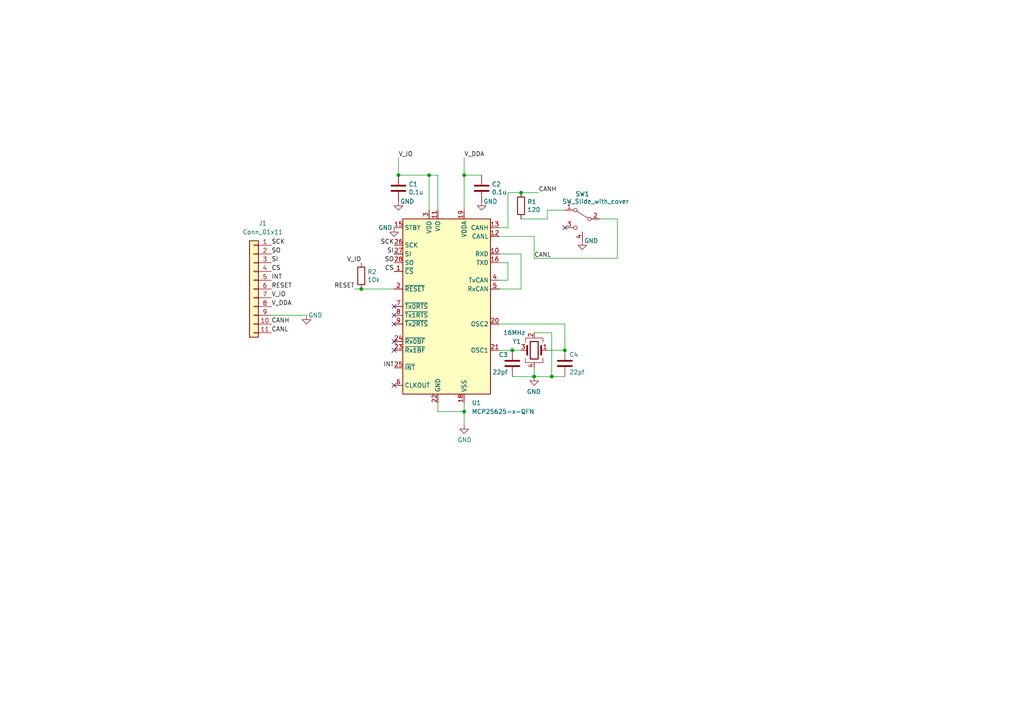
<source format=kicad_sch>
(kicad_sch (version 20230121) (generator eeschema)
  (paper "A4")
  (lib_symbols
    (symbol "Connector_Generic:Conn_01x11" (pin_names (offset 1.016) hide)
      (property "Reference" "J" (at 0 15.24 0))
      (property "Value" "Conn_01x11" (at 0 -15.24 0))
      (symbol "Conn_01x11_1_1"
        (rectangle (start -1.27 -12.573) (end 0 -12.827) (stroke (width 0.1524)))
        (rectangle (start -1.27 -10.033) (end 0 -10.287) (stroke (width 0.1524)))
        (rectangle (start -1.27 -7.493) (end 0 -7.747) (stroke (width 0.1524)))
        (rectangle (start -1.27 -4.953) (end 0 -5.207) (stroke (width 0.1524)))
        (rectangle (start -1.27 -2.413) (end 0 -2.667) (stroke (width 0.1524)))
        (rectangle (start -1.27 0.127) (end 0 -0.127) (stroke (width 0.1524)))
        (rectangle (start -1.27 2.667) (end 0 2.413) (stroke (width 0.1524)))
        (rectangle (start -1.27 5.207) (end 0 4.953) (stroke (width 0.1524)))
        (rectangle (start -1.27 7.747) (end 0 7.493) (stroke (width 0.1524)))
        (rectangle (start -1.27 10.287) (end 0 10.033) (stroke (width 0.1524)))
        (rectangle (start -1.27 12.827) (end 0 12.573) (stroke (width 0.1524)))
        (rectangle (start -1.27 13.97) (end 1.27 -13.97) (stroke (width 0.254)) (fill (type background)))
        (pin passive line (at -5.08 12.7 0) (length 3.81) (name "Pin_1") (number "1"))
        (pin passive line (at -5.08 -10.16 0) (length 3.81) (name "Pin_10") (number "10"))
        (pin passive line (at -5.08 -12.7 0) (length 3.81) (name "Pin_11") (number "11"))
        (pin passive line (at -5.08 10.16 0) (length 3.81) (name "Pin_2") (number "2"))
        (pin passive line (at -5.08 7.62 0) (length 3.81) (name "Pin_3") (number "3"))
        (pin passive line (at -5.08 5.08 0) (length 3.81) (name "Pin_4") (number "4"))
        (pin passive line (at -5.08 2.54 0) (length 3.81) (name "Pin_5") (number "5"))
        (pin passive line (at -5.08 0 0) (length 3.81) (name "Pin_6") (number "6"))
        (pin passive line (at -5.08 -2.54 0) (length 3.81) (name "Pin_7") (number "7"))
        (pin passive line (at -5.08 -5.08 0) (length 3.81) (name "Pin_8") (number "8"))
        (pin passive line (at -5.08 -7.62 0) (length 3.81) (name "Pin_9") (number "9"))
      )
    )
    (symbol "Device:C" (pin_numbers hide) (pin_names (offset 0.254))
      (property "Reference" "C" (at 0.635 2.54 0))
      (property "Value" "C" (at 0.635 -2.54 0))
      (symbol "C_0_1"
        (polyline (pts (xy -2.032 -0.762) (xy 2.032 -0.762)) (stroke (width 0.508)))
        (polyline (pts (xy -2.032 0.762) (xy 2.032 0.762)) (stroke (width 0.508)))
      )
      (symbol "C_1_1"
        (pin passive line (at 0 3.81 270) (length 2.794) (name "~") (number "1"))
        (pin passive line (at 0 -3.81 90) (length 2.794) (name "~") (number "2"))
      )
    )
    (symbol "Device:Crystal_GND24" (pin_names (offset 1.016) hide)
      (property "Reference" "Y" (at 3.175 5.08 0))
      (property "Value" "Crystal_GND24" (at 3.175 3.175 0))
      (symbol "Crystal_GND24_0_1"
        (rectangle (start -1.143 2.54) (end 1.143 -2.54) (stroke (width 0.3048)))
        (polyline (pts (xy -2.54 0) (xy -2.032 0)))
        (polyline (pts (xy -2.032 -1.27) (xy -2.032 1.27)) (stroke (width 0.508)))
        (polyline (pts (xy 0 -3.81) (xy 0 -3.556)))
        (polyline (pts (xy 0 3.556) (xy 0 3.81)))
        (polyline (pts (xy 2.032 -1.27) (xy 2.032 1.27)) (stroke (width 0.508)))
        (polyline (pts (xy 2.032 0) (xy 2.54 0)))
        (polyline (pts (xy -2.54 -2.286) (xy -2.54 -3.556) (xy 2.54 -3.556) (xy 2.54 -2.286)))
        (polyline (pts (xy -2.54 2.286) (xy -2.54 3.556) (xy 2.54 3.556) (xy 2.54 2.286)))
      )
      (symbol "Crystal_GND24_1_1"
        (pin passive line (at -3.81 0 0) (length 1.27) (name "1") (number "1"))
        (pin passive line (at 0 5.08 270) (length 1.27) (name "2") (number "2"))
        (pin passive line (at 3.81 0 180) (length 1.27) (name "3") (number "3"))
        (pin passive line (at 0 -5.08 90) (length 1.27) (name "4") (number "4"))
      )
    )
    (symbol "Device:R" (pin_numbers hide) (pin_names (offset 0))
      (property "Reference" "R" (at 2.032 0 90))
      (property "Value" "R" (at 0 0 90))
      (symbol "R_0_1"
        (rectangle (start -1.016 -2.54) (end 1.016 2.54) (stroke (width 0.254)))
      )
      (symbol "R_1_1"
        (pin passive line (at 0 3.81 270) (length 1.27) (name "~") (number "1"))
        (pin passive line (at 0 -3.81 90) (length 1.27) (name "~") (number "2"))
      )
    )
    (symbol "asukiaaa-kicad-symbols:MCP25625-x-ML"
      (property "Reference" "U" (at -11.43 26.67 0))
      (property "Value" "MCP25625-x-ML" (at 15.24 26.67 0))
      (symbol "MCP25625-x-ML_0_1"
        (rectangle (start -12.7 25.4) (end 12.7 -25.4) (stroke (width 0.254)) (fill (type background)))
      )
      (symbol "MCP25625-x-ML_1_1"
        (pin input line (at -15.24 10.16 0) (length 2.54) (name "~{CS}") (number "1"))
        (pin output line (at 15.24 15.24 180) (length 2.54) (name "RXD") (number "10"))
        (pin power_in line (at -2.54 27.94 270) (length 2.54) (name "VIO") (number "11"))
        (pin bidirectional line (at 15.24 20.32 180) (length 2.54) (name "CANL") (number "12"))
        (pin bidirectional line (at 15.24 22.86 180) (length 2.54) (name "CANH") (number "13"))
        (pin no_connect line (at 12.7 -15.24 180) (length 2.54) hide (name "NC") (number "14"))
        (pin input line (at -15.24 22.86 0) (length 2.54) (name "STBY") (number "15"))
        (pin input line (at 15.24 12.7 180) (length 2.54) (name "TXD") (number "16"))
        (pin no_connect line (at 12.7 -17.78 180) (length 2.54) hide (name "NC") (number "17"))
        (pin power_in line (at 5.08 -27.94 90) (length 2.54) (name "VSS") (number "18"))
        (pin power_in line (at 5.08 27.94 270) (length 2.54) (name "VDDA") (number "19"))
        (pin input line (at -15.24 5.08 0) (length 2.54) (name "~{RESET}") (number "2"))
        (pin output line (at 15.24 -5.08 180) (length 2.54) (name "OSC2") (number "20"))
        (pin input line (at 15.24 -12.7 180) (length 2.54) (name "OSC1") (number "21"))
        (pin power_in line (at -2.54 -27.94 90) (length 2.54) (name "GND") (number "22"))
        (pin output line (at -15.24 -12.7 0) (length 2.54) (name "~{Rx1BF}") (number "23"))
        (pin output line (at -15.24 -10.16 0) (length 2.54) (name "~{Rx0BF}") (number "24"))
        (pin output line (at -15.24 -17.78 0) (length 2.54) (name "~{INT}") (number "25"))
        (pin input line (at -15.24 17.78 0) (length 2.54) (name "SCK") (number "26"))
        (pin input line (at -15.24 15.24 0) (length 2.54) (name "SI") (number "27"))
        (pin output line (at -15.24 12.7 0) (length 2.54) (name "SO") (number "28"))
        (pin power_in line (at -5.08 27.94 270) (length 2.54) (name "VDD") (number "3"))
        (pin output line (at 15.24 7.62 180) (length 2.54) (name "TxCAN") (number "4"))
        (pin input line (at 15.24 5.08 180) (length 2.54) (name "RxCAN") (number "5"))
        (pin output line (at -15.24 -22.86 0) (length 2.54) (name "CLKOUT") (number "6"))
        (pin input line (at -15.24 0 0) (length 2.54) (name "~{Tx0RTS}") (number "7"))
        (pin input line (at -15.24 -2.54 0) (length 2.54) (name "~{Tx1RTS}") (number "8"))
        (pin input line (at -15.24 -5.08 0) (length 2.54) (name "~{Tx2RTS}") (number "9"))
      )
    )
    (symbol "asukiaaa-kicad-symbols:SW_Slide_with_cover" (pin_names (offset 0) hide)
      (property "Reference" "SW" (at 0 4.318 0))
      (property "Value" "SW_Slide_with_cover" (at 0 -5.08 0))
      (symbol "SW_Slide_with_cover_0_0"
        (circle (center -2.032 0) (radius 0.508))
        (circle (center 2.032 -2.54) (radius 0.508))
      )
      (symbol "SW_Slide_with_cover_0_1"
        (polyline (pts (xy -1.524 0.254) (xy 1.651 2.286)))
        (circle (center 2.032 2.54) (radius 0.508))
      )
      (symbol "SW_Slide_with_cover_1_1"
        (pin passive line (at 5.08 2.54 180) (length 2.54) (name "A") (number "1"))
        (pin passive line (at -5.08 0 0) (length 2.54) (name "B") (number "2"))
        (pin passive line (at 5.08 -2.54 180) (length 2.54) (name "C") (number "3"))
        (pin input line (at 0 -6.35 90) (length 2.54) (name "Cover") (number "4"))
      )
    )
    (symbol "power:GND" (power) (pin_names (offset 0))
      (property "Value" "GND" (at 0 -3.81 0))
      (symbol "GND_0_1"
        (polyline (pts (xy 0 0) (xy 0 -1.27) (xy 1.27 -1.27) (xy 0 -2.54) (xy -1.27 -1.27) (xy 0 -1.27)))
      )
      (symbol "GND_1_1"
        (pin power_in line (at 0 0 270) (length 0) hide (name "GND") (number "1"))
      )
    )
  )
  (junction (at 154.94 109.22))
  (junction (at 134.62 50.8))
  (junction (at 134.62 119.38))
  (junction (at 160.02 109.22))
  (junction (at 115.57 50.8))
  (junction (at 151.13 55.88))
  (junction (at 148.59 101.6))
  (junction (at 104.775 83.82))
  (junction (at 124.46 50.8))
  (junction (at 163.83 101.6))
  (no_connect (at 114.3 93.98))
  (no_connect (at 114.3 101.6))
  (no_connect (at 163.83 66.04))
  (no_connect (at 114.3 111.76))
  (no_connect (at 114.3 91.44))
  (no_connect (at 114.3 88.9))
  (no_connect (at 114.3 99.06))
  (wire (pts (xy 151.13 83.82) (xy 151.13 73.66)))
  (wire (pts (xy 154.94 68.58) (xy 144.78 68.58)))
  (wire (pts (xy 147.32 76.2) (xy 147.32 81.28)))
  (wire (pts (xy 134.62 45.72) (xy 134.62 50.8)))
  (wire (pts (xy 127 50.8) (xy 124.46 50.8)))
  (wire (pts (xy 151.13 55.88) (xy 147.32 55.88)))
  (wire (pts (xy 163.83 101.6) (xy 158.75 101.6)))
  (wire (pts (xy 154.94 96.52) (xy 160.02 96.52)))
  (wire (pts (xy 179.07 63.5) (xy 173.99 63.5)))
  (wire (pts (xy 163.83 109.22) (xy 160.02 109.22)))
  (wire (pts (xy 102.87 83.82) (xy 104.775 83.82)))
  (wire (pts (xy 160.02 96.52) (xy 160.02 109.22)))
  (wire (pts (xy 104.775 83.82) (xy 114.3 83.82)))
  (wire (pts (xy 144.78 66.04) (xy 147.32 66.04)))
  (wire (pts (xy 134.62 60.96) (xy 134.62 50.8)))
  (wire (pts (xy 144.78 93.98) (xy 163.83 93.98)))
  (wire (pts (xy 134.62 119.38) (xy 127 119.38)))
  (wire (pts (xy 163.83 93.98) (xy 163.83 101.6)))
  (wire (pts (xy 160.02 109.22) (xy 154.94 109.22)))
  (wire (pts (xy 151.13 63.5) (xy 158.75 63.5)))
  (wire (pts (xy 144.78 83.82) (xy 151.13 83.82)))
  (wire (pts (xy 139.7 50.8) (xy 134.62 50.8)))
  (wire (pts (xy 154.94 74.93) (xy 179.07 74.93)))
  (wire (pts (xy 127 50.8) (xy 127 60.96)))
  (wire (pts (xy 124.46 50.8) (xy 115.57 50.8)))
  (wire (pts (xy 158.75 63.5) (xy 158.75 60.96)))
  (wire (pts (xy 78.74 91.44) (xy 88.9 91.44)))
  (wire (pts (xy 158.75 60.96) (xy 163.83 60.96)))
  (wire (pts (xy 148.59 101.6) (xy 151.13 101.6)))
  (wire (pts (xy 154.94 68.58) (xy 154.94 74.93)))
  (wire (pts (xy 144.78 101.6) (xy 148.59 101.6)))
  (wire (pts (xy 134.62 123.19) (xy 134.62 119.38)))
  (wire (pts (xy 134.62 119.38) (xy 134.62 116.84)))
  (wire (pts (xy 147.32 81.28) (xy 144.78 81.28)))
  (wire (pts (xy 148.59 109.22) (xy 154.94 109.22)))
  (wire (pts (xy 154.94 109.22) (xy 154.94 106.68)))
  (wire (pts (xy 147.32 55.88) (xy 147.32 66.04)))
  (wire (pts (xy 127 119.38) (xy 127 116.84)))
  (wire (pts (xy 156.21 55.88) (xy 151.13 55.88)))
  (wire (pts (xy 151.13 73.66) (xy 144.78 73.66)))
  (wire (pts (xy 144.78 76.2) (xy 147.32 76.2)))
  (wire (pts (xy 124.46 60.96) (xy 124.46 50.8)))
  (wire (pts (xy 179.07 63.5) (xy 179.07 74.93)))
  (wire (pts (xy 115.57 45.72) (xy 115.57 50.8)))
  (label "V_IO" (at 78.74 86.36 0))
  (label "RESET" (at 78.74 83.82 0))
  (label "SI" (at 114.3 73.66 180))
  (label "SCK" (at 114.3 71.12 180))
  (label "RESET" (at 102.87 83.82 180))
  (label "CANL" (at 154.94 74.93 0))
  (label "V_DDA" (at 78.74 88.9 0))
  (label "SO" (at 114.3 76.2 180))
  (label "SI" (at 78.74 76.2 0))
  (label "V_IO" (at 104.775 76.2 180))
  (label "CANL" (at 78.74 96.52 0))
  (label "V_DDA" (at 134.62 45.72 0))
  (label "SCK" (at 78.74 71.12 0))
  (label "SO" (at 78.74 73.66 0))
  (label "CS" (at 78.74 78.74 0))
  (label "CS" (at 114.3 78.74 180))
  (label "INT" (at 114.3 106.68 180))
  (label "CANH" (at 78.74 93.98 0))
  (label "CANH" (at 156.21 55.88 0))
  (label "INT" (at 78.74 81.28 0))
  (label "V_IO" (at 115.57 45.72 0))
  (symbol (lib_id "power:GND") (at 134.62 123.19 0) (unit 1)
    (property "Reference" "#PWR0101" (effects hide))
    (property "Value" "GND" (at 134.747 127.5842 0))
  )
  (symbol (lib_id "Device:C") (at 139.7 54.61 0) (unit 1)
    (property "Reference" "C2" (at 142.621 53.4416 0) (effects (justify left)))
    (property "Value" "0.1u" (at 142.621 55.753 0) (effects (justify left)))
    (property "Footprint" "Capacitor_SMD:C_0402_1005Metric" (effects hide))
  )
  (symbol (lib_id "Device:C") (at 115.57 54.61 0) (unit 1)
    (property "Reference" "C1" (at 118.491 53.4416 0) (effects (justify left)))
    (property "Value" "0.1u" (at 118.491 55.753 0) (effects (justify left)))
    (property "Footprint" "Capacitor_SMD:C_0402_1005Metric" (effects hide))
  )
  (symbol (lib_id "power:GND") (at 139.7 58.42 0) (unit 1)
    (property "Reference" "#PWR0102" (effects hide))
    (property "Value" "GND" (at 142.24 58.42 0))
  )
  (symbol (lib_id "power:GND") (at 114.3 66.04 0) (mirror y) (unit 1)
    (property "Reference" "#PWR0103" (effects hide))
    (property "Value" "GND" (at 111.76 66.04 0))
  )
  (symbol (lib_id "power:GND") (at 115.57 58.42 0) (unit 1)
    (property "Reference" "#PWR0104" (effects hide))
    (property "Value" "GND" (at 118.11 58.42 0))
  )
  (symbol (lib_id "Device:R") (at 151.13 59.69 0) (unit 1)
    (property "Reference" "R1" (at 152.908 58.5216 0) (effects (justify left)))
    (property "Value" "120" (at 152.908 60.833 0) (effects (justify left)))
    (property "Footprint" "Resistor_SMD:R_0402_1005Metric" (effects hide))
  )
  (symbol (lib_id "power:GND") (at 88.9 91.44 0) (unit 1)
    (property "Reference" "#PWR0105" (effects hide))
    (property "Value" "GND" (at 91.44 91.44 0))
  )
  (symbol (lib_id "Connector_Generic:Conn_01x11") (at 73.66 83.82 0) (mirror y) (unit 1)
    (property "Reference" "J1" (at 76.2 64.77 0))
    (property "Value" "Conn_01x11" (at 76.2 67.31 0))
    (property "Footprint" "asukiaaa-kicad-footprints:PinHeader_1x11_P2.54mm_Vertical_witout_silk" (effects hide))
  )
  (symbol (lib_id "asukiaaa-kicad-symbols:SW_Slide_with_cover") (at 168.91 63.5 0) (mirror y) (unit 1)
    (property "Reference" "SW1" (at 168.91 56.261 0))
    (property "Value" "SW_Slide_with_cover" (at 172.72 58.42 0))
    (property "Footprint" "asukiaaa-kicad-footprints:slide_switch_smd" (effects hide))
  )
  (symbol (lib_id "power:GND") (at 168.91 69.85 0) (unit 1)
    (property "Reference" "#PWR0106" (effects hide))
    (property "Value" "GND" (at 171.45 69.85 0))
  )
  (symbol (lib_id "Device:C") (at 163.83 105.41 0) (unit 1)
    (property "Reference" "C4" (at 165.1 102.87 0) (effects (justify left)))
    (property "Value" "22pf" (at 165.1 107.95 0) (effects (justify left)))
    (property "Footprint" "Capacitor_SMD:C_0402_1005Metric" (effects hide))
  )
  (symbol (lib_id "Device:Crystal_GND24") (at 154.94 101.6 0) (mirror y) (unit 1)
    (property "Reference" "Y1" (at 151.13 99.06 0) (effects (justify left)))
    (property "Value" "16MHz" (at 152.4 96.52 0) (effects (justify left)))
    (property "Footprint" "Crystal:Crystal_SMD_SeikoEpson_FA238-4Pin_3.2x2.5mm" (effects hide))
  )
  (symbol (lib_id "Device:C") (at 148.59 105.41 0) (mirror y) (unit 1)
    (property "Reference" "C3" (at 147.32 102.87 0) (effects (justify left)))
    (property "Value" "22pf" (at 147.32 107.95 0) (effects (justify left)))
    (property "Footprint" "Capacitor_SMD:C_0402_1005Metric" (effects hide))
  )
  (symbol (lib_id "power:GND") (at 154.94 109.22 0) (mirror y) (unit 1)
    (property "Reference" "#PWR0107" (effects hide))
    (property "Value" "GND" (at 154.813 113.6142 0))
  )
  (symbol (lib_id "Device:R") (at 104.775 80.01 0) (unit 1)
    (property "Reference" "R2" (at 106.553 78.8416 0) (effects (justify left)))
    (property "Value" "10k" (at 106.553 81.153 0) (effects (justify left)))
    (property "Footprint" "Resistor_SMD:R_0201_0603Metric" (effects hide))
  )
  (symbol (lib_id "asukiaaa-kicad-symbols:MCP25625-x-ML") (at 129.54 88.9 0) (unit 1)
    (property "Reference" "U1" (at 136.8141 116.84 0) (effects (justify left)))
    (property "Value" "MCP25625-x-QFN" (at 136.8141 119.38 0) (effects (justify left)))
    (property "Footprint" "Package_DFN_QFN:QFN-28-1EP_6x6mm_P0.65mm_EP4.25x4.25mm" (effects hide))
    (property "Datasheet" "http://ww1.microchip.com/downloads/en/DeviceDoc/20005282B.pdf" (effects hide))
  )
)
</source>
